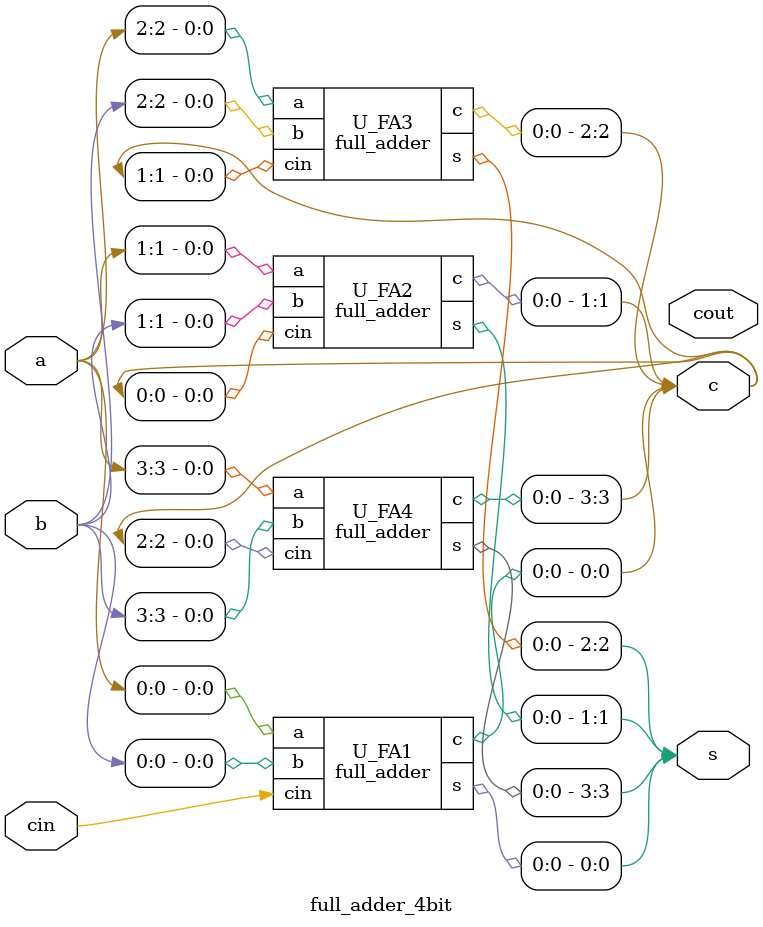
<source format=v>
`timescale 1ns / 1ps
module half_adder(
    input a,
    input b,
    output s,
    output c
);
    
    // 1bit half adder
    assign s = a ^ b;
    assign c = a & b;

endmodule

// 1bit Full adder
module full_adder(
    input a,
    input b, 
    input cin,
    output s, 
    output c
);
    wire w_s; // wiring U_HA1 out s to U_HA2 in a
    wire w_c1, w_c2;
    assign c = w_c1 | w_c2;
    
    half_adder U_HA1(
        .a(a),
        .b(b),
        .s(w_s),
        .c(w_c1)
    );
    
    half_adder U_HA2(
        .a(w_s), // from U_HA1 of s
        .b(cin),
        .s(s),
        .c(w_c2)
    );
    
endmodule

module full_adder_4bit(
    input [3:0] a,
    input [3:0] b,
    input cin,
    output [3:0] s,
    output [3:0] c,
    output cout
    );
    
    wire c1, c2, c3;
    
    
    full_adder U_FA1(
        .a(a[0]),
        .b(b[0]),
        .s(s[0]),
        .cin(cin),
        .c(c[0])
    );
    full_adder U_FA2(
        .a(a[1]),
        .b(b[1]),
        .s(s[1]),
        .c(c[1]),
        .cin(c[0])
    );
    full_adder U_FA3(
        .a(a[2]),
        .b(b[2]),
        .s(s[2]),
        .c(c[2]),
        .cin(c[1])
    );
    full_adder U_FA4(
        .a(a[3]),
        .b(b[3]),
        .s(s[3]),
        .c(c[3]),
        .cin(c[2])
    );
    
    
endmodule

</source>
